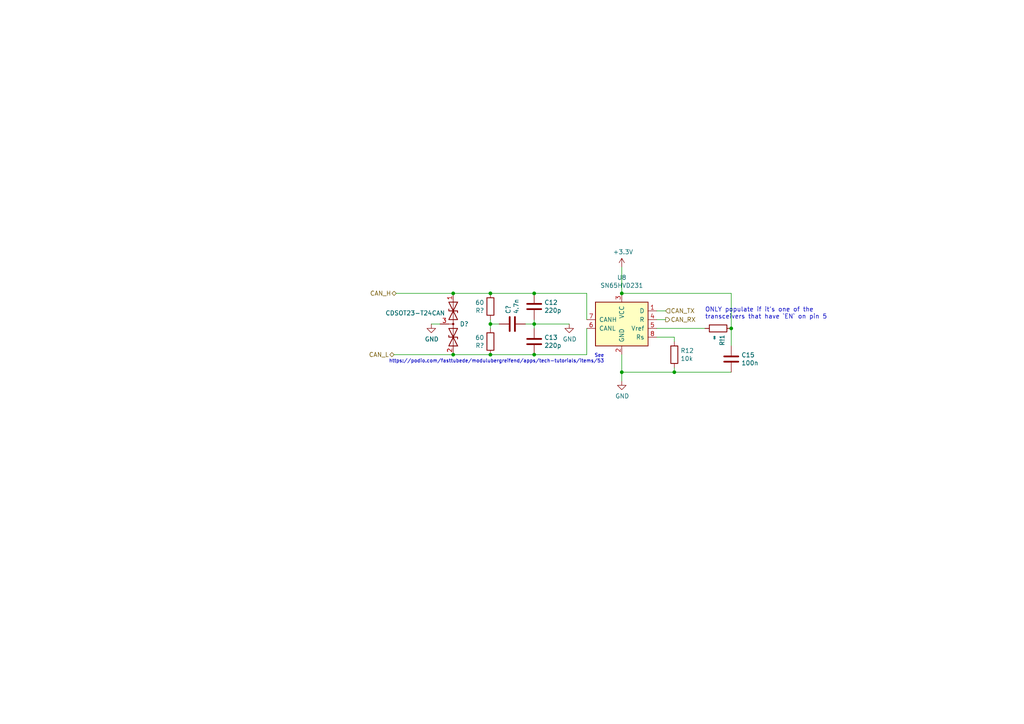
<source format=kicad_sch>
(kicad_sch (version 20211123) (generator eeschema)
  (paper "A4")
  (title_block (title "SDCL - CAN") (date "2021-12-16") (rev "v1.0") (company "FaSTTUBe - Formula Student Team TU Berlin") (comment 1 "Car 113") (comment 2 "EBS Electronics") (comment 3 "CAN Bus input/output stage"))
  (lib_symbols
    (symbol "Device:C" (pin_numbers hide) (pin_names (offset 0.254))
      (property "Reference" "C" (at 0.635 2.54 0))
      (property "Value" "C" (at 0.635 -2.54 0))
      (symbol "C_0_1"
        (polyline (pts (xy -2.032 -0.762) (xy 2.032 -0.762)) (stroke (width 0.508)))
        (polyline (pts (xy -2.032 0.762) (xy 2.032 0.762)) (stroke (width 0.508)))
      )
      (symbol "C_1_1"
        (pin passive line (at 0 3.81 270) (length 2.794) (name "~") (number "1"))
        (pin passive line (at 0 -3.81 90) (length 2.794) (name "~") (number "2"))
      )
    )
    (symbol "Device:D_TVS_Dual_AAC" (pin_names (offset 1.016) hide)
      (property "Reference" "D" (at 0 4.445 0))
      (property "Value" "D_TVS_Dual_AAC" (at 0 2.54 0))
      (symbol "D_TVS_Dual_AAC_0_0"
        (polyline (pts (xy 0 -1.27) (xy 0 0)))
      )
      (symbol "D_TVS_Dual_AAC_0_1"
        (polyline (pts (xy -6.35 0) (xy 6.35 0)))
        (polyline (pts (xy -3.302 1.27) (xy -3.81 1.27) (xy -3.81 -1.27) (xy -4.318 -1.27)) (stroke (width 0.254)))
        (polyline (pts (xy 4.318 1.27) (xy 3.81 1.27) (xy 3.81 -1.27) (xy 3.302 -1.27)) (stroke (width 0.254)))
        (polyline (pts (xy -6.35 1.27) (xy -1.27 -1.27) (xy -1.27 1.27) (xy -6.35 -1.27) (xy -6.35 1.27)) (stroke (width 0.254)))
        (polyline (pts (xy 6.35 1.27) (xy 1.27 -1.27) (xy 1.27 1.27) (xy 6.35 -1.27) (xy 6.35 1.27)) (stroke (width 0.254)))
        (circle (center 0 0) (radius 0.254) (fill (type outline)))
      )
      (symbol "D_TVS_Dual_AAC_1_1"
        (pin passive line (at -8.89 0 0) (length 2.54) (name "A1") (number "1"))
        (pin passive line (at 8.89 0 180) (length 2.54) (name "A2") (number "2"))
        (pin input line (at 0 -3.81 90) (length 2.54) (name "common") (number "3"))
      )
    )
    (symbol "Device:R" (pin_numbers hide) (pin_names (offset 0))
      (property "Reference" "R" (at 2.032 0 90))
      (property "Value" "R" (at 0 0 90))
      (symbol "R_0_1"
        (rectangle (start -1.016 -2.54) (end 1.016 2.54) (stroke (width 0.254)))
      )
      (symbol "R_1_1"
        (pin passive line (at 0 3.81 270) (length 1.27) (name "~") (number "1"))
        (pin passive line (at 0 -3.81 90) (length 1.27) (name "~") (number "2"))
      )
    )
    (symbol "Interface_CAN_LIN:SN65HVD231" (pin_names (offset 1.016))
      (property "Reference" "U" (at -2.54 10.16 0))
      (property "Value" "SN65HVD231" (at -2.54 7.62 0))
      (symbol "SN65HVD231_0_1"
        (rectangle (start -7.62 5.08) (end 7.62 -7.62) (stroke (width 0.254)) (fill (type background)))
      )
      (symbol "SN65HVD231_1_1"
        (pin input line (at -10.16 2.54 0) (length 2.54) (name "D") (number "1"))
        (pin power_in line (at 0 -10.16 90) (length 2.54) (name "GND") (number "2"))
        (pin power_in line (at 0 7.62 270) (length 2.54) (name "VCC") (number "3"))
        (pin output line (at -10.16 0 0) (length 2.54) (name "R") (number "4"))
        (pin output line (at -10.16 -2.54 0) (length 2.54) (name "Vref") (number "5"))
        (pin bidirectional line (at 10.16 -2.54 180) (length 2.54) (name "CANL") (number "6"))
        (pin bidirectional line (at 10.16 0 180) (length 2.54) (name "CANH") (number "7"))
        (pin input line (at -10.16 -5.08 0) (length 2.54) (name "Rs") (number "8"))
      )
    )
    (symbol "power:+3.3V" (power) (pin_names (offset 0))
      (property "Value" "+3.3V" (at 0 3.556 0))
      (symbol "+3.3V_0_1"
        (polyline (pts (xy -0.762 1.27) (xy 0 2.54)))
        (polyline (pts (xy 0 0) (xy 0 2.54)))
        (polyline (pts (xy 0 2.54) (xy 0.762 1.27)))
      )
      (symbol "+3.3V_1_1"
        (pin power_in line (at 0 0 90) (length 0) hide (name "+3.3V") (number "1"))
      )
    )
    (symbol "power:GND" (power) (pin_names (offset 0))
      (property "Value" "GND" (at 0 -3.81 0))
      (symbol "GND_0_1"
        (polyline (pts (xy 0 0) (xy 0 -1.27) (xy 1.27 -1.27) (xy 0 -2.54) (xy -1.27 -1.27) (xy 0 -1.27)))
      )
      (symbol "GND_1_1"
        (pin power_in line (at 0 0 270) (length 0) hide (name "GND") (number "1"))
      )
    )
  )
  (junction (at 131.445 85.09))
  (junction (at 131.445 102.87))
  (junction (at 142.24 93.98))
  (junction (at 154.94 93.98))
  (junction (at 142.24 102.87))
  (junction (at 180.34 85.09))
  (junction (at 142.24 85.09))
  (junction (at 180.34 107.95))
  (junction (at 195.58 107.95))
  (junction (at 212.09 95.25))
  (junction (at 154.94 85.09))
  (junction (at 154.94 102.87))
  (wire (pts (xy 180.34 107.95) (xy 180.34 110.49)))
  (wire (pts (xy 131.445 85.09) (xy 142.24 85.09)))
  (wire (pts (xy 180.34 102.87) (xy 180.34 107.95)))
  (wire (pts (xy 154.94 93.98) (xy 165.1 93.98)))
  (wire (pts (xy 204.47 95.25) (xy 190.5 95.25)))
  (wire (pts (xy 154.94 95.25) (xy 154.94 93.98)))
  (wire (pts (xy 190.5 97.79) (xy 195.58 97.79)))
  (wire (pts (xy 170.18 85.09) (xy 154.94 85.09)))
  (wire (pts (xy 180.34 77.47) (xy 180.34 85.09)))
  (wire (pts (xy 142.24 92.71) (xy 142.24 93.98)))
  (wire (pts (xy 212.09 85.09) (xy 180.34 85.09)))
  (wire (pts (xy 212.09 107.95) (xy 195.58 107.95)))
  (wire (pts (xy 131.445 102.87) (xy 142.24 102.87)))
  (wire (pts (xy 212.09 85.09) (xy 212.09 95.25)))
  (wire (pts (xy 114.3 102.87) (xy 131.445 102.87)))
  (wire (pts (xy 193.04 92.71) (xy 190.5 92.71)))
  (wire (pts (xy 152.4 93.98) (xy 154.94 93.98)))
  (wire (pts (xy 142.24 102.87) (xy 154.94 102.87)))
  (wire (pts (xy 193.04 90.17) (xy 190.5 90.17)))
  (wire (pts (xy 170.18 95.25) (xy 170.18 102.87)))
  (wire (pts (xy 142.24 95.25) (xy 142.24 93.98)))
  (wire (pts (xy 154.94 92.71) (xy 154.94 93.98)))
  (wire (pts (xy 170.18 85.09) (xy 170.18 92.71)))
  (wire (pts (xy 195.58 97.79) (xy 195.58 99.06)))
  (wire (pts (xy 180.34 107.95) (xy 195.58 107.95)))
  (wire (pts (xy 195.58 106.68) (xy 195.58 107.95)))
  (wire (pts (xy 114.935 85.09) (xy 131.445 85.09)))
  (wire (pts (xy 142.24 85.09) (xy 154.94 85.09)))
  (wire (pts (xy 142.24 93.98) (xy 144.78 93.98)))
  (wire (pts (xy 170.18 102.87) (xy 154.94 102.87)))
  (wire (pts (xy 212.09 95.25) (xy 212.09 100.33)))
  (wire (pts (xy 125.095 93.98) (xy 127.635 93.98)))
  (text "ONLY populate if it's one of the\ntransceivers that have `EN` on pin 5" (at 204.47 92.71 0) (effects (font (size 1.27 1.27)) (justify left bottom)))
  (text "See\nhttps://podio.com/fasttubede/modulubergreifend/apps/tech-tutorials/items/53" (at 175.26 105.41 0) (effects (font (size 1 1)) (justify right bottom)))
  (hierarchical_label "CAN_L" (shape bidirectional) (at 114.3 102.87 180))
  (hierarchical_label "CAN_H" (shape bidirectional) (at 114.935 85.09 180))
  (hierarchical_label "CAN_RX" (shape output) (at 193.04 92.71 0))
  (hierarchical_label "CAN_TX" (shape input) (at 193.04 90.17 0))
  (symbol (lib_id "Device:R") (at 195.58 102.87 0) (unit 1)
    (property "Reference" "R12" (at 197.358 101.7016 0) (effects (justify left)))
    (property "Value" "10k" (at 197.358 104.013 0) (effects (justify left)))
    (property "Footprint" "Resistor_SMD:R_0603_1608Metric_Pad1.05x0.95mm_HandSolder" (effects hide))
  )
  (symbol (lib_id "Device:C") (at 212.09 104.14 0) (unit 1)
    (property "Reference" "C15" (at 215.011 102.9716 0) (effects (justify left)))
    (property "Value" "100n" (at 215.011 105.283 0) (effects (justify left)))
    (property "Footprint" "Capacitor_SMD:C_0603_1608Metric_Pad1.05x0.95mm_HandSolder" (effects hide))
  )
  (symbol (lib_id "Device:C") (at 154.94 88.9 0) (unit 1)
    (property "Reference" "C12" (at 157.861 87.7316 0) (effects (justify left)))
    (property "Value" "220p" (at 157.861 90.043 0) (effects (justify left)))
    (property "Footprint" "Capacitor_SMD:C_0603_1608Metric_Pad1.05x0.95mm_HandSolder" (effects hide))
  )
  (symbol (lib_id "Device:C") (at 154.94 99.06 0) (unit 1)
    (property "Reference" "C13" (at 157.861 97.8916 0) (effects (justify left)))
    (property "Value" "220p" (at 157.861 100.203 0) (effects (justify left)))
    (property "Footprint" "Capacitor_SMD:C_0603_1608Metric_Pad1.05x0.95mm_HandSolder" (effects hide))
  )
  (symbol (lib_id "power:GND") (at 165.1 93.98 0) (unit 1)
    (property "Reference" "#PWR0142" (effects hide))
    (property "Value" "GND" (at 165.227 98.3742 0))
  )
  (symbol (lib_id "power:GND") (at 180.34 110.49 0) (unit 1)
    (property "Reference" "#PWR0143" (effects hide))
    (property "Value" "GND" (at 180.467 114.8842 0))
  )
  (symbol (lib_id "power:+3.3V") (at 180.34 77.47 0) (unit 1)
    (property "Reference" "#PWR0156" (effects hide))
    (property "Value" "+3.3V" (at 180.721 73.0758 0))
  )
  (symbol (lib_id "Device:R") (at 208.28 95.25 270) (unit 1)
    (property "Reference" "R!1" (at 209.4484 97.028 0) (effects (justify left)))
    (property "Value" "∞" (at 207.137 97.028 0) (effects (justify left)))
    (property "Footprint" "Resistor_SMD:R_0603_1608Metric_Pad1.05x0.95mm_HandSolder" (effects hide))
  )
  (symbol (lib_id "Interface_CAN_LIN:SN65HVD231") (at 180.34 92.71 0) (mirror y) (unit 1)
    (property "Reference" "U8" (at 180.34 80.4926 0))
    (property "Value" "SN65HVD231" (at 180.34 82.804 0))
    (property "Footprint" "Package_SO:SOIC-8_3.9x4.9mm_P1.27mm" (effects hide))
    (property "Datasheet" "http://www.ti.com/lit/ds/symlink/sn65hvd230.pdf" (effects hide))
  )
  (symbol (lib_id "Device:R") (at 142.24 88.9 180) (unit 1)
    (property "Reference" "R?" (at 140.462 90.0684 0) (effects (justify left)))
    (property "Value" "60" (at 140.462 87.757 0) (effects (justify left)))
    (property "Footprint" "Resistor_SMD:R_0603_1608Metric_Pad1.05x0.95mm_HandSolder" (effects hide))
  )
  (symbol (lib_id "power:GND") (at 125.095 93.98 0) (unit 1)
    (property "Reference" "#PWR?" (effects hide))
    (property "Value" "GND" (at 125.222 98.3742 0))
  )
  (symbol (lib_id "Device:C") (at 148.59 93.98 90) (unit 1)
    (property "Reference" "C?" (at 147.4216 91.059 0) (effects (justify left)))
    (property "Value" "4.7n" (at 149.733 91.059 0) (effects (justify left)))
    (property "Footprint" "Capacitor_SMD:C_0603_1608Metric_Pad1.05x0.95mm_HandSolder" (effects hide))
  )
  (symbol (lib_id "Device:D_TVS_Dual_AAC") (at 131.445 93.98 270) (unit 1)
    (property "Reference" "D?" (at 133.35 93.98 90) (effects (justify left)))
    (property "Value" "CDSOT23-T24CAN" (at 111.76 90.805 90) (effects (justify left)))
  )
  (symbol (lib_id "Device:R") (at 142.24 99.06 180) (unit 1)
    (property "Reference" "R?" (at 140.462 100.2284 0) (effects (justify left)))
    (property "Value" "60" (at 140.462 97.917 0) (effects (justify left)))
    (property "Footprint" "Resistor_SMD:R_0603_1608Metric_Pad1.05x0.95mm_HandSolder" (effects hide))
  )
)
</source>
